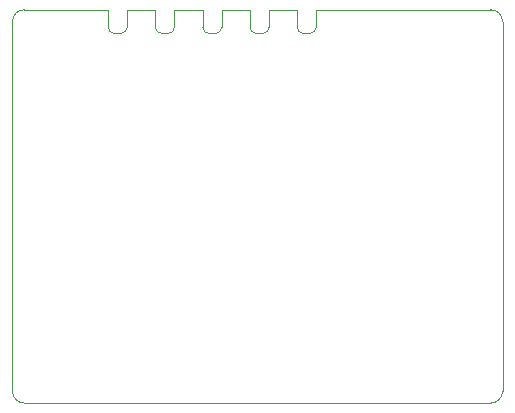
<source format=gbr>
G04 #@! TF.GenerationSoftware,KiCad,Pcbnew,(5.0.0)*
G04 #@! TF.CreationDate,2020-08-24T16:31:51+08:00*
G04 #@! TF.ProjectId,LeashPCB,4C656173685043422E6B696361645F70,B*
G04 #@! TF.SameCoordinates,Original*
G04 #@! TF.FileFunction,Profile,NP*
%FSLAX46Y46*%
G04 Gerber Fmt 4.6, Leading zero omitted, Abs format (unit mm)*
G04 Created by KiCad (PCBNEW (5.0.0)) date 08/24/20 16:31:51*
%MOMM*%
%LPD*%
G01*
G04 APERTURE LIST*
%ADD10C,0.025400*%
G04 APERTURE END LIST*
D10*
X41500007Y1000000D02*
X41500007Y32300000D01*
X24114006Y33300010D02*
X21714004Y33300010D01*
X12113998Y33300010D02*
X9714004Y33300010D01*
X16114006Y33300010D02*
X13714004Y33300010D01*
X20114006Y33300010D02*
X17714004Y33300010D01*
X0Y32300009D02*
G75*
G02X999999Y33300010I1000000J1D01*
G01*
X1000000Y0D02*
G75*
G02X0Y1000000I0J1000000D01*
G01*
X25714004Y31800010D02*
G75*
G02X25214004Y31300010I-500000J0D01*
G01*
X24614006Y31300010D02*
G75*
G02X24114006Y31800010I0J500000D01*
G01*
X21714004Y31800010D02*
G75*
G02X21214004Y31300010I-500000J0D01*
G01*
X20614006Y31300010D02*
G75*
G02X20114006Y31800010I0J500000D01*
G01*
X17714004Y31800010D02*
G75*
G02X17214004Y31300010I-500000J0D01*
G01*
X9714004Y31800010D02*
G75*
G02X9214004Y31300010I-500000J0D01*
G01*
X8614006Y31300010D02*
G75*
G02X8114006Y31800010I0J500000D01*
G01*
X41500007Y1000000D02*
G75*
G02X40500007Y0I-1000000J0D01*
G01*
X40500007Y33300010D02*
G75*
G02X41500007Y32300000I0J-1000000D01*
G01*
X12613998Y31300010D02*
G75*
G02X12113998Y31800010I0J500000D01*
G01*
X13714004Y31800010D02*
G75*
G02X13214004Y31300010I-500000J0D01*
G01*
X16614006Y31300010D02*
G75*
G02X16114006Y31800010I0J500000D01*
G01*
X25714004Y31800010D02*
X25714004Y33300010D01*
X24114006Y33300010D02*
X24114006Y31800010D01*
X21714004Y31800010D02*
X21714004Y33300010D01*
X20614006Y31300010D02*
X21214004Y31300010D01*
X20114006Y33300010D02*
X20114006Y31800010D01*
X17714004Y31800010D02*
X17714004Y33300010D01*
X16114006Y33300010D02*
X16114006Y31800010D01*
X40500007Y33300010D02*
X25714004Y33300010D01*
X8113998Y33300010D02*
X1000000Y33300010D01*
X24614006Y31300010D02*
X25214004Y31300010D01*
X8113998Y33300010D02*
X8113998Y31800010D01*
X8614006Y31300010D02*
X9214004Y31300010D01*
X9714004Y31800010D02*
X9714004Y33300010D01*
X16614006Y31300010D02*
X17214004Y31300010D01*
X13714004Y31800010D02*
X13714004Y33300010D01*
X12613998Y31300010D02*
X13214004Y31300010D01*
X1000000Y0D02*
X40500007Y0D01*
X0Y32300010D02*
X0Y1000000D01*
X12113998Y33300010D02*
X12113998Y31800010D01*
M02*

</source>
